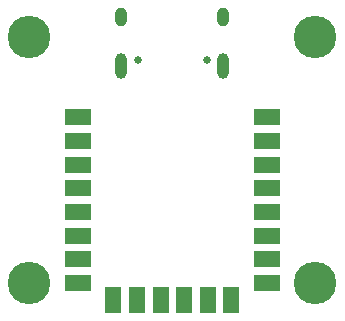
<source format=gbs>
G04 #@! TF.GenerationSoftware,KiCad,Pcbnew,7.0.1-0*
G04 #@! TF.CreationDate,2024-01-29T00:44:30+01:00*
G04 #@! TF.ProjectId,Smart_Lamps,536d6172-745f-44c6-916d-70732e6b6963,rev?*
G04 #@! TF.SameCoordinates,Original*
G04 #@! TF.FileFunction,Soldermask,Bot*
G04 #@! TF.FilePolarity,Negative*
%FSLAX46Y46*%
G04 Gerber Fmt 4.6, Leading zero omitted, Abs format (unit mm)*
G04 Created by KiCad (PCBNEW 7.0.1-0) date 2024-01-29 00:44:30*
%MOMM*%
%LPD*%
G01*
G04 APERTURE LIST*
G04 Aperture macros list*
%AMRoundRect*
0 Rectangle with rounded corners*
0 $1 Rounding radius*
0 $2 $3 $4 $5 $6 $7 $8 $9 X,Y pos of 4 corners*
0 Add a 4 corners polygon primitive as box body*
4,1,4,$2,$3,$4,$5,$6,$7,$8,$9,$2,$3,0*
0 Add four circle primitives for the rounded corners*
1,1,$1+$1,$2,$3*
1,1,$1+$1,$4,$5*
1,1,$1+$1,$6,$7*
1,1,$1+$1,$8,$9*
0 Add four rect primitives between the rounded corners*
20,1,$1+$1,$2,$3,$4,$5,0*
20,1,$1+$1,$4,$5,$6,$7,0*
20,1,$1+$1,$6,$7,$8,$9,0*
20,1,$1+$1,$8,$9,$2,$3,0*%
G04 Aperture macros list end*
%ADD10C,3.600000*%
%ADD11C,0.670000*%
%ADD12RoundRect,0.500000X0.000000X0.600000X0.000000X0.600000X0.000000X-0.600000X0.000000X-0.600000X0*%
%ADD13RoundRect,0.500000X0.000000X0.300000X0.000000X0.300000X0.000000X-0.300000X0.000000X-0.300000X0*%
%ADD14RoundRect,0.102000X1.000000X0.600000X-1.000000X0.600000X-1.000000X-0.600000X1.000000X-0.600000X0*%
%ADD15RoundRect,0.102000X0.600000X-1.000000X0.600000X1.000000X-0.600000X1.000000X-0.600000X-1.000000X0*%
G04 APERTURE END LIST*
D10*
X150300000Y-124900000D03*
X126100000Y-124900000D03*
X126100000Y-104100000D03*
D11*
X141100000Y-106050000D03*
X135300000Y-106050000D03*
D12*
X142520000Y-106580000D03*
D13*
X142520000Y-102400000D03*
D12*
X133880000Y-106580000D03*
D13*
X133880000Y-102400000D03*
D10*
X150300000Y-104100000D03*
D14*
X146200000Y-110900000D03*
X146200000Y-112900000D03*
X146200000Y-114900000D03*
X146200000Y-116900000D03*
X146200000Y-118900000D03*
X146200000Y-120900000D03*
X146200000Y-122900000D03*
X146200000Y-124900000D03*
D15*
X143200000Y-126380000D03*
X141200000Y-126380000D03*
X139200000Y-126380000D03*
X137200000Y-126380000D03*
X135200000Y-126380000D03*
X133200000Y-126380000D03*
D14*
X130200000Y-124900000D03*
X130200000Y-122900000D03*
X130200000Y-120900000D03*
X130200000Y-118900000D03*
X130200000Y-116900000D03*
X130200000Y-114900000D03*
X130200000Y-112900000D03*
X130200000Y-110900000D03*
M02*

</source>
